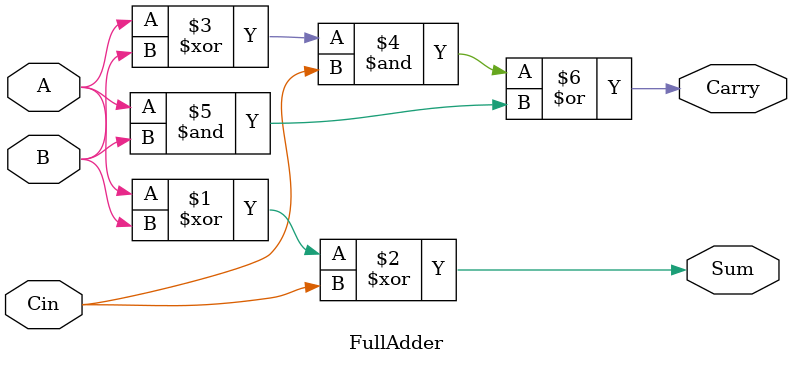
<source format=v>
module FullAdder(A,B,Cin, Sum, Carry);
	input A,B, Cin;
	output Sum, Carry;
	assign Sum= A^B^Cin;
	assign Carry= ((A^B)&Cin) | (A&B);
	
endmodule

</source>
